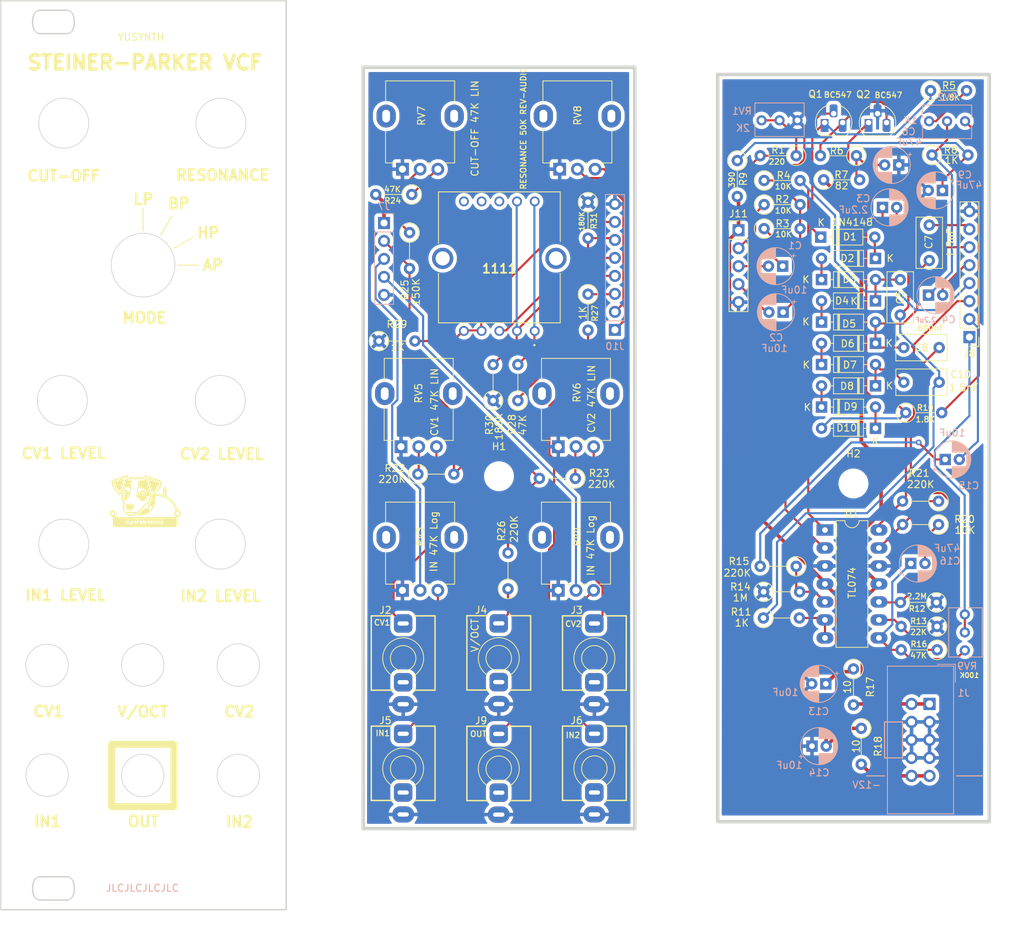
<source format=kicad_pcb>
(kicad_pcb (version 20211014) (generator pcbnew)
  (layers (0 "F.Cu" signal) (31 "B.Cu" signal) (34 "B.Paste" user) (35 "F.Paste" user) (36 "B.SilkS" user "B.Silkscreen") (37 "F.SilkS" user "F.Silkscreen") (38 "B.Mask" user) (39 "F.Mask" user) (44 "Edge.Cuts" user))
  (net 0 "")
  (net 1 "Net-(C1-Pad1)")
  (net 2 "IN1-MainB")
  (net 3 "Net-(C2-Pad1)")
  (net 4 "IN2-MainB")
  (net 5 "Net-(C10-Pad2)")
  (net 6 "BP-MainB")
  (net 7 "Net-(C4-Pad1)")
  (net 8 "LP-MainB")
  (net 9 "Net-(C5-Pad1)")
  (net 10 "GND")
  (net 11 "Net-(C6-Pad2)")
  (net 12 "Net-(C7-Pad1)")
  (net 13 "HP-MainB")
  (net 14 "Net-(C8-Pad2)")
  (net 15 "Net-(C9-Pad1)")
  (net 16 "Net-(C10-Pad1)")
  (net 17 "+12V")
  (net 18 "-12V")
  (net 19 "Net-(C15-Pad1)")
  (net 20 "RESONANCE WP-MainB")
  (net 21 "Net-(C16-Pad1)")
  (net 22 "Net-(C16-Pad2)")
  (net 23 "Net-(D1-Pad1)")
  (net 24 "Net-(D1-Pad2)")
  (net 25 "Net-(D2-Pad2)")
  (net 26 "Net-(D4-Pad2)")
  (net 27 "Net-(D6-Pad2)")
  (net 28 "Net-(D8-Pad2)")
  (net 29 "Net-(D10-Pad1)")
  (net 30 "Net-(D10-Pad2)")
  (net 31 "Net-(J1-Pad1)")
  (net 32 "Net-(J1-Pad10)")
  (net 33 "Net-(J2-PadT)")
  (net 35 "Net-(J3-PadT)")
  (net 37 "Net-(J4-PadT)")
  (net 39 "Net-(J5-PadT)")
  (net 41 "Net-(J6-PadT)")
  (net 43 "CV-CtrlB")
  (net 44 "IN1-CtrlB")
  (net 45 "IN2-CtrlB")
  (net 46 "RESONANCE CW-CtrlB")
  (net 47 "RESONANCE WP-CtrlB")
  (net 48 "OUT-CtrlB")
  (net 49 "Net-(J9-PadT)")
  (net 51 "COM-CtrlB")
  (net 52 "LP-CtrlB")
  (net 53 "BP-CtrlB")
  (net 54 "HP-CtrlB")
  (net 55 "CV-MainB")
  (net 56 "RESONANCE CW-MainB")
  (net 57 "OUT-MainB")
  (net 58 "COM-MainB")
  (net 59 "Net-(Q1-Pad3)")
  (net 60 "Net-(R1-Pad1)")
  (net 61 "Net-(R2-Pad2)")
  (net 62 "Net-(R5-Pad2)")
  (net 63 "Net-(R10-Pad2)")
  (net 64 "Net-(R11-Pad2)")
  (net 65 "Net-(R13-Pad2)")
  (net 66 "Net-(R14-Pad2)")
  (net 67 "Net-(R20-Pad2)")
  (net 68 "Net-(R22-Pad1)")
  (net 69 "Net-(R23-Pad1)")
  (net 70 "Net-(R24-Pad1)")
  (net 71 "Net-(R25-Pad1)")
  (net 72 "Net-(R28-Pad2)")
  (footprint "Diode_THT:D_DO-35_SOD27_P7.62mm_Horizontal" (layer "F.Cu") (at 184.29 79.7)
    (fp_text reference "D9")
    (fp_text value "1N4148")
  )
  (footprint "Connector_PinHeader_2.54mm:PinHeader_1x05_P2.54mm_Vertical" (layer "F.Cu") (at 172.57 54.725)
    (fp_text reference "J11")
    (fp_text value "Conn_01x05_Male")
  )
  (footprint "Resistor_THT:R_Axial_DIN0207_L6.3mm_D2.5mm_P5.08mm_Vertical" (layer "F.Cu") (at 180.715 102.2 180)
    (fp_text reference "R15")
    (fp_text value "220K")
  )
  (footprint "Audio_Jack:Jack_3.5mm_QingPu_WQP-PJ398SM_Vertical" (layer "F.Cu") (at 152.219999 130.769856)
    (fp_text reference "J6")
    (fp_text value "IN2")
  )
  (footprint "Audio_Jack:Jack_3.5mm_QingPu_WQP-PJ398SM_Vertical" (layer "F.Cu") (at 125.22 115.1975)
    (fp_text reference "J2")
    (fp_text value "CV1")
  )
  (footprint "Diode_THT:D_DO-35_SOD27_P7.62mm_Horizontal" (layer "F.Cu") (at 191.91 76.7 180)
    (fp_text reference "D8")
    (fp_text value "1N4148")
  )
  (footprint "Package_DIP:DIP-14_W7.62mm_LongPads" (layer "F.Cu") (at 184.775 97.075)
    (fp_text reference "U1")
    (fp_text value "TL074")
  )
  (footprint "Capacitor_THT:C_Rect_L7.0mm_W3.5mm_P5.00mm" (layer "F.Cu") (at 195.4 61.7 -90)
    (fp_text reference "C5")
    (fp_text value "1.5nF")
  )
  (footprint "Potentiometer_THT:Potentiometer_Alpha_RD901F-40-00D_Single_Vertical" (layer "F.Cu") (at 125.12 105.6 90)
    (fp_text reference "RV3")
    (fp_text value "IN 47K Log")
  )
  (footprint "Resistor_THT:R_Axial_DIN0207_L6.3mm_D2.5mm_P5.08mm_Vertical" (layer "F.Cu") (at 121.805 70.375)
    (fp_text reference "R29")
    (fp_text value "1K")
  )
  (footprint "Resistor_THT:R_Axial_DIN0207_L6.3mm_D2.5mm_P5.08mm_Vertical" (layer "F.Cu") (at 176.185 54.5)
    (fp_text reference "R3")
    (fp_text value "10K")
  )
  (footprint "Resistor_THT:R_Axial_DIN0207_L6.3mm_D2.5mm_P5.08mm_Vertical" (layer "F.Cu") (at 151.32 63.76 -90)
    (fp_text reference "R27")
    (fp_text value "1K")
  )
  (footprint "MountingHole:MountingHole_3.2mm_M3" (layer "F.Cu") (at 188.8 90.5)
    (fp_text reference "H2")
    (fp_text value "MountingHole")
  )
  (footprint "Diode_THT:D_DO-35_SOD27_P7.62mm_Horizontal" (layer "F.Cu") (at 184.19 55.7)
    (fp_text reference "D1")
    (fp_text value "1N4148")
  )
  (footprint "Resistor_THT:R_Axial_DIN0207_L6.3mm_D2.5mm_P5.08mm_Vertical" (layer "F.Cu") (at 176.085 109.5)
    (fp_text reference "R11")
    (fp_text value "1K")
  )
  (footprint "Audio_Jack:Jack_3.5mm_QingPu_WQP-PJ398SM_Vertical" (layer "F.Cu") (at 138.72 115.1775)
    (fp_text reference "J4")
    (fp_text value "V/OCT")
  )
  (footprint "Diode_THT:D_DO-35_SOD27_P7.62mm_Horizontal" (layer "F.Cu") (at 191.91 58.7 180)
    (fp_text reference "D2")
    (fp_text value "1N4148")
  )
  (footprint "Capacitor_THT:C_Rect_L7.0mm_W3.5mm_P5.00mm" (layer "F.Cu") (at 195.9 71.3)
    (fp_text reference "C8")
    (fp_text value "680nF")
  )
  (footprint "Resistor_THT:R_Axial_DIN0207_L6.3mm_D2.5mm_P5.08mm_Vertical" (layer "F.Cu") (at 199.685 35)
    (fp_text reference "R5")
    (fp_text value "1.8K")
  )
  (footprint "Diode_THT:D_DO-35_SOD27_P7.62mm_Horizontal" (layer "F.Cu") (at 184.29 73.7)
    (fp_text reference "D7")
    (fp_text value "1N4148")
  )
  (footprint "Resistor_THT:R_Axial_DIN0207_L6.3mm_D2.5mm_P5.08mm_Vertical" (layer "F.Cu") (at 172.4 44.885 -90)
    (fp_text reference "R9")
    (fp_text value "390")
  )
  (footprint "Audio_Jack:Jack_3.5mm_QingPu_WQP-PJ398SM_Vertical" (layer "F.Cu") (at 152.219999 115.1975)
    (fp_text reference "J3")
    (fp_text value "CV2")
  )
  (footprint "Resistor_THT:R_Axial_DIN0207_L6.3mm_D2.5mm_P5.08mm_Vertical" (layer "F.Cu") (at 196.185 80.5)
    (fp_text reference "R10")
    (fp_text value "1.8K")
  )
  (footprint "Resistor_THT:R_Axial_DIN0207_L6.3mm_D2.5mm_P5.08mm_Vertical" (layer "F.Cu") (at 199.885 44.1)
    (fp_text reference "R8")
    (fp_text value "1K")
  )
  (footprint "Resistor_THT:R_Axial_DIN0207_L6.3mm_D2.5mm_P5.08mm_Vertical" (layer "F.Cu") (at 176.185 51.1)
    (fp_text reference "R2")
    (fp_text value "10K")
  )
  (footprint "Potentiometer_THT:Potentiometer_Alpha_RD901F-40-00D_Single_Vertical" (layer "F.Cu") (at 147.12 105.6 90)
    (fp_text reference "RV4")
    (fp_text value "IN 47K Log")
  )
  (footprint "Resistor_THT:R_Axial_DIN0207_L6.3mm_D2.5mm_P5.08mm_Vertical" (layer "F.Cu") (at 137.92 78.79 90)
    (fp_text reference "R30")
    (fp_text value "180K")
  )
  (footprint "Resistor_THT:R_Axial_DIN0207_L6.3mm_D2.5mm_P5.08mm_Vertical" (layer "F.Cu") (at 200.815 96.3 180)
    (fp_text reference "R20")
    (fp_text value "10K")
  )
  (footprint "Capacitor_THT:C_Rect_L7.0mm_W3.5mm_P5.00mm" (layer "F.Cu") (at 199.5 59 90)
    (fp_text reference "C7")
    (fp_text value "1.5nF")
  )
  (footprint "Diode_THT:D_DO-35_SOD27_P7.62mm_Horizontal" (layer "F.Cu") (at 191.91 70.7 180)
    (fp_text reference "D6")
    (fp_text value "1N4148")
  )
  (footprint "Diode_THT:D_DO-35_SOD27_P7.62mm_Horizontal" (layer "F.Cu") (at 184.29 67.7)
    (fp_text reference "D5")
    (fp_text value "1N4148")
  )
  (footprint "Resistor_THT:R_Axial_DIN0207_L6.3mm_D2.5mm_P5.08mm_Vertical" (layer "F.Cu") (at 200.6 110.7 180)
    (fp_text reference "R13")
    (fp_text value "22K")
  )
  (footprint "Potentiometer_THT:Potentiometer_Alpha_RD901F-40-00D_Single_Vertical" (layer "F.Cu") (at 124.92 85.3 90)
    (fp_text reference "RV5")
    (fp_text value "CV1 47K LIN")
  )
  (footprint "Diode_THT:D_DO-35_SOD27_P7.62mm_Horizontal" (layer "F.Cu") (at 191.91 64.7 180)
    (fp_text reference "D4")
    (fp_text value "1N4148")
  )
  (footprint "Potentiometer_THT:Potentiometer_Alpha_RD901F-40-00D_Single_Vertical" (layer "F.Cu") (at 147.32 46.1 90)
    (fp_text reference "RV8")
    (fp_text value "RESONANCE 50K REV-AUDIO")
  )
  (footprint "Resistor_THT:R_Axial_DIN0207_L6.3mm_D2.5mm_P5.08mm_Vertical" (layer "F.Cu") (at 176.12 105.8)
    (fp_text reference "R14")
    (fp_text value "1M")
  )
  (footprint "Package_TO_SOT_THT:TO-92_HandSolder" (layer "F.Cu") (at 184.73 39.52)
    (fp_text reference "Q1")
    (fp_text value "BC547")
  )
  (footprint "Resistor_THT:R_Axial_DIN0207_L6.3mm_D2.5mm_P5.08mm_Vertical" (layer "F.Cu") (at 180.715 44.2 180)
    (fp_text reference "R1")
    (fp_text value "220")
  )
  (footprint "Resistor_THT:R_Axial_DIN0207_L6.3mm_D2.5mm_P5.08mm_Vertical" (layer "F.Cu") (at 200.615 114 180)
    (fp_text reference "R16")
    (fp_text value "47K")
  )
  (footprint "Resistor_THT:R_Axial_DIN0207_L6.3mm_D2.5mm_P5.08mm_Vertical" (layer "F.Cu") (at 140.02 105.39 90)
    (fp_text reference "R26")
    (fp_text value "220K")
  )
  (footprint "Resistor_THT:R_Axial_DIN0207_L6.3mm_D2.5mm_P5.08mm_Vertical" (layer "F.Cu") (at 189.9 125.085 -90)
    (fp_text reference "R18")
    (fp_text value "10")
  )
  (footprint "Resistor_THT:R_Axial_DIN0207_L6.3mm_D2.5mm_P5.08mm_Vertical" (layer "F.Cu") (at 176.185 47.7)
    (fp_text reference "R4")
    (fp_text value "10K")
  )
  (footprint "Resistor_THT:R_Axial_DIN0207_L6.3mm_D2.5mm_P5.08mm_Vertical" (layer "F.Cu") (at 189.215 44.2 180)
    (fp_text reference "R6")
    (fp_text value "3.9K")
  )
  (footprint "Resistor_THT:R_Axial_DIN0207_L6.3mm_D2.5mm_P5.08mm_Vertical" (layer "F.Cu") (at 126.12 55.06 -90)
    (fp_text reference "R25")
    (fp_text value "150K")
  )
  (footprint "Capacitor_THT:C_Rect_L7.0mm_W3.5mm_P5.00mm" (layer "F.Cu") (at 195.9 76.2)
    (fp_text reference "C10")
    (fp_text value "1.5nF")
  )
  (footprint "Resistor_THT:R_Axial_DIN0207_L6.3mm_D2.5mm_P5.08mm_Vertical" (layer "F.Cu") (at 200.815 93 180)
    (fp_text reference "R21")
    (fp_text value "220K")
  )
  (footprint "Resistor_THT:R_Axial_DIN0207_L6.3mm_D2.5mm_P5.08mm_Vertical" (layer "F.Cu") (at 149.535 89.775 180)
    (fp_text reference "R23")
    (fp_text value "220K")
  )
  (footprint "Resistor_THT:R_Axial_DIN0207_L6.3mm_D2.5mm_P5.08mm_Vertical" (layer "F.Cu") (at 127.305 89.175)
    (fp_text reference "R22")
    (fp_text value "220K")
  )
  (footprint "Audio_Jack:Jack_3.5mm_QingPu_WQP-PJ398SM_Vertical" (layer "F.Cu") (at 125.22 130.775)
    (fp_text reference "J5")
    (fp_text value "IN1")
  )
  (footprint "Resistor_THT:R_Axial_DIN0207_L6.3mm_D2.5mm_P5.08mm_Vertical" (layer "F.Cu") (at 126.435 49.675 180)
    (fp_text reference "R24")
    (fp_text value "47K")
  )
  (footprint "Potentiometer_THT:Potentiometer_Alpha_RD901F-40-00D_Single_Vertical" (layer "F.Cu") (at 147.12 85.3 90)
    (fp_text reference "RV6")
    (fp_text value "CV2 47K LIN")
  )
  (footprint "Resistor_THT:R_Axial_DIN0207_L6.3mm_D2.5mm_P5.08mm_Vertical" (layer "F.Cu") (at 151.32 50.76 -90)
    (fp_text reference "R31")
    (fp_text value "180K")
  )
  (footprint "Diode_THT:D_DO-35_SOD27_P7.62mm_Horizontal" (layer "F.Cu") (at 191.91 82.7 180)
    (fp_text reference "D10")
    (fp_text value "1N4148")
  )
  (footprint "Logos:Gaston-Music1" (layer "F.Cu") (at 88.8 94)
    (fp_text reference "G***")
    (fp_text value "LOGO" hide)
  )
  (footprint "MountingHole:MountingHole_3.2mm_M3" (layer "F.Cu") (at 138.75 89.475)
    (fp_text reference "H1")
    (fp_text value "MountingHole")
  )
  (footprint "Resistor_THT:R_Axial_DIN0207_L6.3mm_D2.5mm_P5.08mm_Vertical" (layer "F.Cu") (at 141.42 78.79 90)
    (fp_text reference "R28")
    (fp_text value "47K")
  )
  (footprint "Button_Switch_THT:SR1712F020420F0AN9N027" (layer "F.Cu") (at 143.8 68.95)
    (fp_text reference "1111")
    (fp_text value "SR1712F-0204-20F0A-N9-N-027" hide)
  )
  (footprint "Resistor_THT:R_Axial_DIN0207_L6.3mm_D2.5mm_P5.08mm_Vertical" (layer "F.Cu") (at 184.585 47.6)
    (fp_text reference "R7")
    (fp_text value "82")
  )
  (footprint "Resistor_THT:R_Axial_DIN0207_L6.3mm_D2.5mm_P5.08mm_Vertical" (layer "F.Cu") (at 200.515 107.3 180)
    (fp_text reference "R12")
    (fp_text value "2.2M")
  )
  (footprint "Package_TO_SOT_THT:TO-92_HandSolder" (layer "F.Cu") (at 190.93 39.52)
    (fp_text reference locked "Q2")
    (fp_text value "BC547")
  )
  (footprint "Connector_PinHeader_2.54mm:PinHeader_1x08_P2.54mm_Vertical" (layer "F.Cu") (at 205.17 69.82 180)
    (fp_text reference "J8")
    (fp_text value "Conn_01x08_Female")
  )
  (footprint "Diode_THT:D_DO-35_SOD27_P7.62mm_Horizontal" (layer "F.Cu") (at 184.29 61.7)
    (fp_text reference "D3")
    (fp_text value "1N4148")
  )
  (footprint "Potentiometer_THT:Potentiometer_Alpha_RD901F-40-00D_Single_Vertical" (layer "F.Cu") (at 125.12 46.1 90)
    (fp_text reference "RV7")
    (fp_text value "CUT-OFF 47K LIN")
  )
  (footprint "Resistor_THT:R_Axial_DIN0207_L6.3mm_D2.5mm_P5.08mm_Vertical" (layer "F.Cu") (at 188.8 116.7 -90)
    (fp_text reference "R17")
    (fp_text value "10")
  )
  (footprint "Audio_Jack:Jack_3.5mm_QingPu_WQP-PJ398SM_Vertical" (layer "F.Cu") (at 138.72 130.795)
    (fp_text reference "J9")
    (fp_text value "OUT")
  )
  (footprint "Potentiometer_THT:Potentiometer_Bourns_3266Y_Vertical" (layer "B.Cu") (at 199.475 39.325 180)
    (fp_text reference "RV2")
    (fp_text value "1K")
  )
  (footprint "Capacitor_THT:CP_Radial_D5.0mm_P2.00mm" (layer "B.Cu") (at 184.9 118.8 180)
    (fp_text reference "C13")
    (fp_text value "10uF")
  )
  (footprint "Potentiometer_THT:Potentiometer_Bourns_3266Y_Vertical" (layer "B.Cu") (at 204.525 114.075 -90)
    (fp_text reference "RV9")
    (fp_text value "100K")
  )
  (footprint "eurorack:Eurorack_power_header" (layer "B.Cu") (at 199.535 121.645 180)
    (fp_text reference "J1")
    (fp_text value "EURO_PWR_2x5")
  )
  (footprint "Capacitor_THT:CP_Radial_D5.0mm_P2.00mm" (layer "B.Cu") (at 195.206243 45.5 180)
    (fp_text reference "C6")
    (fp_text value "47uF")
  )
  (footprint "Capacitor_THT:CP_Radial_D5.0mm_P2.00mm" (layer "B.Cu") (at 192.9 51.5)
    (fp_text reference "C3")
    (fp_text value "2.2uF")
  )
  (footprint "Capacitor_THT:CP_Radial_D5.0mm_P2.00mm" (layer "B.Cu") (at 178.8 59.8 180)
    (fp_text reference "C1")
    (fp_text value "10uF")
  )
  (footprint "Capacitor_THT:CP_Radial_D5.0mm_P2.00mm" (layer "B.Cu") (at 196.9 101.8)
    (fp_text reference "C16")
    (fp_text value "47uF")
  )
  (footprint "Potentiometer_THT:Potentiometer_Bourns_3266Y_Vertical" (layer "B.Cu") (at 180.9 39.2)
    (fp_text reference "RV1")
    (fp_text value "2K")
  )
  (footprint "Connector_PinHeader_2.54mm:PinHeader_1x08_P2.54mm_Vertical" (layer "B.Cu") (at 155.12 68.795)
    (fp_text reference "J10")
    (fp_text value "Conn_01x08_Female")
  )
  (footprint "Capacitor_THT:CP_Radial_D5.0mm_P2.00mm" (layer "B.Cu") (at 201.365336 49.1 180)
    (fp_text reference "C9")
    (fp_text value "47uF")
  )
  (footprint "Capacitor_THT:CP_Radial_D5.0mm_P2.00mm" (layer "B.Cu") (at 201.744888 87.1)
    (fp_text reference "C15")
    (fp_text value "10uF")
  )
  (footprint "Capacitor_THT:CP_Radial_D5.0mm_P2.00mm" (layer "B.Cu") (at 182.944888 127.6)
    (fp_text reference "C14")
    (fp_text value "10uF")
  )
  (footprint "Capacitor_THT:CP_Radial_D5.0mm_P2.00mm" (layer "B.Cu") (at 178.865339 66.3 180)
    (fp_text reference "C2")
    (fp_text value "10uF")
  )
  (footprint "Connector_PinHeader_2.54mm:PinHeader_1x05_P2.54mm_Vertical" (layer "B.Cu") (at 122.52 53.7 180)
    (fp_text reference "J7")
    (fp_text value "Conn_01x05_Female")
  )
  (footprint "Capacitor_THT:CP_Radial_D5.0mm_P2.00mm" (layer "B.Cu") (at 199.4 63.9)
    (fp_text reference "C4")
    (fp_text value "2.2uF")
  )
  (gr_line (start 88.5 54.85) (end 88.5 51.7) (layer "F.SilkS") (width 0.15))
  (gr_line (start 92.575 52.7) (end 91.025 55.4) (layer "F.SilkS") (width 0.15))
  (gr_rect (start 84.05 127.35) (end 92.85 136.15) (layer "F.SilkS") (width 1) (fill none))
  (gr_line (start 95.55 55.725) (end 92.85 57.275) (layer "F.SilkS") (width 0.15))
  (gr_line (start 96.4 59.65) (end 93.35 59.65) (layer "F.SilkS") (width 0.15))
  (gr_circle (center 88.45 131.75) (end 91.45 131.75) (layer "Edge.Cuts") (width 0.1) (fill none))
  (gr_line (start 74.012 26.95) (end 77.687997 26.95) (layer "Edge.Cuts") (width 0.2))
  (gr_circle (center 77.3 99.065881) (end 78.8 102.265881) (layer "Edge.Cuts") (width 0.1) (fill none))
  (gr_circle (center 88.5 59.65) (end 93 59.65) (layer "Edge.Cuts") (width 0.1) (fill none))
  (gr_arc (start 73.069003 24.317) (mid 73.434465 23.833584) (end 74.012003 23.65) (layer "Edge.Cuts") (width 0.2))
  (gr_circle (center 74.95 116.2) (end 77.95 116.2) (layer "Edge.Cuts") (width 0.1) (fill none))
  (gr_arc (start 78.631001 146.717) (mid 78.79962 147.7) (end 78.631001 148.683) (layer "Edge.Cuts") (width 0.2))
  (gr_circle (center 77.1 78.765881) (end 78.6 81.965881) (layer "Edge.Cuts") (width 0.1) (fill none))
  (gr_arc (start 74.012003 26.95) (mid 73.434465 26.766416) (end 73.069003 26.283) (layer "Edge.Cuts") (width 0.2))
  (gr_circle (center 88.45 116.15) (end 91.45 116.15) (layer "Edge.Cuts") (width 0.1) (fill none))
  (gr_line (start 108.7 150.7) (end 68.4 150.7) (layer "Edge.Cuts") (width 0.2))
  (gr_rect (start 119.58 31.7) (end 157.92 139.25) (layer "Edge.Cuts") (width 0.5) (fill none))
  (gr_circle (center 74.95 131.7) (end 77.95 131.7) (layer "Edge.Cuts") (width 0.1) (fill none))
  (gr_arc (start 78.630997 148.683) (mid 78.265532 149.166404) (end 77.687997 149.35) (layer "Edge.Cuts") (width 0.2))
  (gr_circle (center 99.5 39.6) (end 101 42.8) (layer "Edge.Cuts") (width 0.1) (fill none))
  (gr_line (start 108.7 22.3) (end 108.7 150.7) (layer "Edge.Cuts") (width 0.2))
  (gr_arc (start 73.069003 146.717) (mid 73.434465 146.233584) (end 74.012003 146.05) (layer "Edge.Cuts") (width 0.2))
  (gr_circle (center 101.95 116.15) (end 104.95 116.15) (layer "Edge.Cuts") (width 0.1) (fill none))
  (gr_line (start 68.4 150.7) (end 68.4 22.3) (layer "Edge.Cuts") (width 0.2))
  (gr_line (start 77.688 146.05) (end 74.012 146.05) (layer "Edge.Cuts") (width 0.2))
  (gr_circle (center 99.4 99.065881) (end 100.9 102.265881) (layer "Edge.Cuts") (width 0.1) (fill none))
  (gr_arc (start 74.012003 149.35) (mid 73.434465 149.166416) (end 73.069003 148.683) (layer "Edge.Cuts") (width 0.2))
  (gr_rect (start 169.63 32.725) (end 207.97 138.275) (layer "Edge.Cuts") (width 0.5) (fill none))
  (gr_line (start 74.012 149.35) (end 77.688 149.35) (layer "Edge.Cuts") (width 0.2))
  (gr_arc (start 77.687997 146.05) (mid 78.265548 146.233573) (end 78.630997 146.717) (layer "Edge.Cuts") (width 0.2))
  (gr_arc (start 77.687997 23.65) (mid 78.265548 23.833573) (end 78.630997 24.317) (layer "Edge.Cuts") (width 0.2))
  (gr_line (start 77.688 23.65) (end 74.012 23.65) (layer "Edge.Cuts") (width 0.2))
  (gr_arc (start 78.631001 24.317) (mid 78.79962 25.3) (end 78.631001 26.283) (layer "Edge.Cuts") (width 0.2))
  (gr_arc (start 73.068999 148.683) (mid 72.90038 147.7) (end 73.068999 146.717) (layer "Edge.Cuts") (width 0.2))
  (gr_arc (start 78.630997 26.283) (mid 78.265532 26.766404) (end 77.687997 26.95) (layer "Edge.Cuts") (width 0.2))
  (gr_circle (center 77.3 39.6) (end 78.8 42.8) (layer "Edge.Cuts") (width 0.1) (fill none))
  (gr_circle (center 101.95 131.75) (end 104.95 131.75) (layer "Edge.Cuts") (width 0.1) (fill none))
  (gr_line (start 68.4 22.3) (end 108.7 22.3) (layer "Edge.Cuts") (width 0.2))
  (gr_arc (start 73.068999 26.283) (mid 72.90038 25.3) (end 73.068999 24.317) (layer "Edge.Cuts") (width 0.2))
  (gr_circle (center 99.4 78.765881) (end 100.9 81.965881) (layer "Edge.Cuts") (width 0.1) (fill none))
  (gr_text "JLCJLCJLCJLC" (at 88.4 147.65) (layer "B.SilkS") (effects (font (size 1 1))))
  (gr_text "LP" (at 88.55 50.35) (layer "F.SilkS") (effects (font (size 1.5 1.5) (thickness 0.35))))
  (gr_text "RESONANCE" (at 99.75 46.95) (layer "F.SilkS") (effects (font (size 1.5 1.5) (thickness 0.35))))
  (gr_text "IN1 LEVEL" (at 77.55 106.3) (layer "F.SilkS") (effects (font (size 1.5 1.5) (thickness 0.35))))
  (gr_text "CV1" (at 75.15 122.7) (layer "F.SilkS") (effects (font (size 1.5 1.5) (thickness 0.35))))
  (gr_text "IN1" (at 75 138.25) (layer "F.SilkS") (effects (font (size 1.5 1.5) (thickness 0.35))))
  (gr_text "V/OCT" (at 88.45 122.75) (layer "F.SilkS") (effects (font (size 1.5 1.5) (thickness 0.35))))
  (gr_text "IN2 LEVEL" (at 99.45 106.4) (layer "F.SilkS") (effects (font (size 1.5 1.5) (thickness 0.35))))
  (gr_text "CUT-OFF" (at 77.3 47.05) (layer "F.SilkS") (effects (font (size 1.5 1.5) (thickness 0.35))))
  (gr_text "MODE" (at 88.7 67.1) (layer "F.SilkS") (effects (font (size 1.5 1.5) (thickness 0.35))))
  (gr_text "YUSYNTH" (at 88.2 27.45) (layer "F.SilkS") (effects (font (size 1 1))))
  (gr_text "OUT" (at 88.55 138.25) (layer "F.SilkS") (effects (font (size 1.5 1.5) (thickness 0.35))))
  (gr_text "HP" (at 97.7 55.1) (layer "F.SilkS") (effects (font (size 1.5 1.5) (thickness 0.35))))
  (gr_text "CV2 LEVEL" (at 99.6 86.35) (layer "F.SilkS") (effects (font (size 1.5 1.5) (thickness 0.35))))
  (gr_text "AP" (at 98.35 59.65) (layer "F.SilkS") (effects (font (size 1.5 1.5) (thickness 0.35))))
  (gr_text "BP" (at 93.55 50.95) (layer "F.SilkS") (effects (font (size 1.5 1.5) (thickness 0.35))))
  (gr_text "IN2" (at 102.1 138.3) (layer "F.SilkS") (effects (font (size 1.5 1.5) (thickness 0.35))))
  (gr_text "CV1 LEVEL" (at 77.3 86.25) (layer "F.SilkS") (effects (font (size 1.5 1.5) (thickness 0.35))))
  (gr_text "STEINER-PARKER VCF" (at 88.75 31.05) (layer "F.SilkS") (effects (font (size 2 2) (thickness 0.5))))
  (gr_text "CV2" (at 102.1 122.75) (layer "F.SilkS") (effects (font (size 1.5 1.5) (thickness 0.35))))
  (segment (start 174.9 52.385) (end 174.9 55.9) (width 0.3) (layer "F.Cu") (net 1))
  (segment (start 174.9 55.9) (end 178.8 59.8) (width 0.3) (layer "F.Cu") (net 1))
  (segment (start 176.185 51.1) (end 174.9 52.385) (width 0.3) (layer "F.Cu") (net 1))
  (segment (start 172.57 59.805) (end 176.795 59.805) (width 0.3) (layer "F.Cu") (net 2))
  (segment (start 176.795 59.805) (end 176.8 59.8) (width 0.3) (layer "F.Cu") (net 2))
  (segment (start 180.585 58.9) (end 180.7 58.9) (width 0.3) (layer "F.Cu") (net 3))
  (segment (start 180.7 58.9) (end 180.7 64.465339) (width 0.3) (layer "F.Cu") (net 3))
  (segment (start 180.7 64.465339) (end 178.865339 66.3) (width 0.3) (layer "F.Cu") (net 3))
  (segment (start 176.185 54.5) (end 180.585 58.9) (width 0.3) (layer "F.Cu") (net 3))
  (segment (start 172.57 62.345) (end 176.525 66.3) (width 0.3) (layer "F.Cu") (net 4))
  (segment (start 176.525 66.3) (end 176.865339 66.3) (width 0.3) (layer "F.Cu") (net 4))
  (segment (start 195.4 66.7) (end 196.55 65.55) (width 0.3) (layer "F.Cu") (net 5))
  (segment (start 196.55 65.55) (end 196.55 57.15) (width 0.3) (layer "F.Cu") (net 5))
  (segment (start 192.9 53.5) (end 192.9 51.5) (width 0.3) (layer "F.Cu") (net 5))
  (segment (start 196.55 57.15) (end 192.9 53.5) (width 0.3) (layer "F.Cu") (net 5))
  (segment (start 178 98.8) (end 178 107.585) (width 0.3) (layer "B.Cu") (net 5))
  (segment (start 200.100001 76.999999) (end 200.100001 85.299999) (width 0.3) (layer "B.Cu") (net 5))
  (segment (start 200.9 76.2) (end 200.9 74.673654) (width 0.3) (layer "B.Cu") (net 5))
  (segment (start 200.9 74.673654) (end 195.4 69.173654) (width 0.3) (layer "B.Cu") (net 5))
  (segment (start 200.9 76.2) (end 200.100001 76.999999) (width 0.3) (layer "B.Cu") (net 5))
  (segment (start 182.1 94.7) (end 178 98.8) (width 0.3) (layer "B.Cu") (net 5))
  (segment (start 195.4 69.173654) (end 195.4 66.7) (width 0.3) (layer "B.Cu") (net 5))
  (segment (start 200.100001 85.299999) (end 190.7 94.7) (width 0.3) (layer "B.Cu") (net 5))
  (segment (start 178 107.585) (end 176.085 109.5) (width 0.3) (layer "B.Cu") (net 5))
  (segment (start 190.7 94.7) (end 182.1 94.7) (width 0.3) (layer "B.Cu") (net 5))
  (segment (start 194.9 51.5) (end 194.9 54.7) (width 0.3) (layer "F.Cu") (net 6))
  (segment (start 197.32 57.12) (end 205.17 57.12) (width 0.3) (layer "F.Cu") (net 6))
  (segment (start 194.9 54.7) (end 197.32 57.12) (width 0.3) (layer "F.Cu") (net 6))
  (segment (start 202.015 39.325) (end 202.015 41.97) (width 0.3) (layer "F.Cu") (net 7))
  (segment (start 202.015 41.97) (end 199.885 44.1) (width 0.3) (layer "F.Cu") (net 7))
  (segment (start 202.7 60.6) (end 202.7 46.915) (width 0.3) (layer "B.Cu") (net 7))
  (segment (start 202.7 46.915) (end 199.885 44.1) (width 0.3) (layer "B.Cu") (net 7))
  (segment (start 199.4 63.9) (end 202.7 60.6) (width 0.3) (layer "B.Cu") (net 7))
  (segment (start 201.4 62.8) (end 204.54 59.66) (width 0.3) (layer "F.Cu") (net 8))
  (segment (start 204.54 59.66) (end 205.17 59.66) (width 0.3) (layer "F.Cu") (net 8))
  (segment (start 201.4 63.9) (end 201.4 62.8) (width 0.3) (layer "F.Cu") (net 8))
  (segment (start 191.91 61.7) (end 191.91 64.7) (width 0.3) (layer "F.Cu") (net 9))
  (segment (start 195.4 61.7) (end 191.91 61.7) (width 0.3) (layer "F.Cu") (net 9))
  (segment (start 190.515 45.5) (end 189.215 44.2) (width 0.3) (layer "F.Cu") (net 11))
  (segment (start 189.215 47.15) (end 189.665 47.6) (width 0.3) (layer "F.Cu") (net 11))
  (segment (start 189.215 44.2) (end 189.215 47.15) (width 0.3) (layer "F.Cu") (net 11))
  (segment (start 193.206243 45.5) (end 190.515 45.5) (width 0.3) (layer "F.Cu") (net 11))
  (segment (start 195.9 71.3) (end 192.51 71.3) (width 0.3) (layer "F.Cu") (net 12))
  (segment (start 192.11 67.9) (end 191.91 67.7) (width 0.3) (layer "F.Cu") (net 12))
  (segment (start 199.5 59) (end 197.8 60.7) (width 0.3) (layer "F.Cu") (net 12))
  (segment (start 195.826346 67.9) (end 192.11 67.9) (width 0.3) (layer "F.Cu") (net 12))
  (segment (start 192.51 71.3) (end 191.91 70.7) (width 0.3) (layer "F.Cu") (net 12))
  (segment (start 191.91 67.7) (end 191.91 70.7) (width 0.3) (layer "F.Cu") (net 12))
  (segment (start 197.8 60.7) (end 197.8 65.926346) (width 0.3) (layer "F.Cu") (net 12))
  (segment (start 197.8 65.926346) (end 195.826346 67.9) (width 0.3) (layer "F.Cu") (net 12))
  (segment (start 199.5 54) (end 204.59 54) (width 0.3) (layer "F.Cu") (net 13))
  (segment (start 204.59 54) (end 205.17 54.58) (width 0.3) (layer "F.Cu") (net 13))
  (segment (start 201.291346 91.85) (end 202.8 93.358654) (width 0.3) (layer "F.Cu") (net 14))
  (segment (start 197.835 81.183452) (end 196.9 82.118452) (width 0.3) (layer "F.Cu") (net 14))
  (segment (start 202.8 93.358654) (end 202.8 99.935) (width 0.3) (layer "F.Cu") (net 14))
  (segment (start 195.435 107.3) (end 192.46 107.3) (width 0.3) (layer "F.Cu") (net 14))
  (segment (start 200.9 71.3) (end 197.835 74.365) (width 0.3) (layer "F.Cu") (net 14))
  (segment (start 196.9 82.118452) (end 196.9 89.6) (width 0.3) (layer "F.Cu") (net 14))
  (segment (start 197.835 74.365) (end 197.835 81.183452) (width 0.3) (layer "F.Cu") (net 14))
  (segment (start 199.15 91.85) (end 201.291346 91.85) (width 0.3) (layer "F.Cu") (net 14))
  (segment (start 202.8 99.935) (end 195.435 107.3) (width 0.3) (layer "F.Cu") (net 14))
  (segment (start 192.46 107.3) (end 192.395 107.235) (width 0.3) (layer "F.Cu") (net 14))
  (segment (start 196.9 89.6) (end 199.15 91.85) (width 0.3) (layer "F.Cu") (net 14))
  (segment (start 201.365336 49.1) (end 201.365336 47.699664) (width 0.3) (layer "F.Cu") (net 15))
  (segment (start 201.365336 47.699664) (end 204.965 44.1) (width 0.3) (layer "F.Cu") (net 15))
  (segment (start 203.265 42.4) (end 204.965 44.1) (width 0.3) (layer "B.Cu") (net 15))
  (segment (start 172.4 44.885) (end 174.885 42.4) (width 0.3) (layer "B.Cu") (net 15))
  (segment (start 174.885 42.4) (end 203.265 42.4) (width 0.3) (layer "B.Cu") (net 15))
  (segment (start 195.9 76.2) (end 194.1 74.4) (width 0.3) (layer "F.Cu") (net 16))
  (segment (start 191.91 73.7) (end 191.91 76.7) (width 0.3) (layer "F.Cu") (net 16))
  (segment (start 192.61 74.4) (end 191.91 73.7) (width 0.3) (layer "F.Cu") (net 16))
  (segment (start 194.1 74.4) (end 192.61 74.4) (width 0.3) (layer "F.Cu") (net 16))
  (segment (start 184.775 104.695) (end 184.775 104.492233) (width 0.5) (layer "F.Cu") (net 17))
  (segment (start 172.57 50.135) (end 172.4 49.965) (width 0.5) (layer "F.Cu") (net 17))
  (segment (start 171.27 56.025) (end 172.57 54.725) (width 0.5) (layer "F.Cu") (net 17))
  (segment (start 122.52 50.84) (end 121.355 49.675) (width 0.5) (layer "F.Cu") (net 17))
  (segment (start 188.415 117.085) (end 186.615 117.085) (width 0.5) (layer "F.Cu") (net 17))
  (segment (start 186.615 117.085) (end 184.9 118.8) (width 0.5) (layer "F.Cu") (net 17))
  (segment (start 122.52 53.7) (end 122.52 50.84) (width 0.5) (layer "F.Cu") (net 17))
  (segment (start 172.57 54.725) (end 172.57 50.135) (width 0.5) (layer "F.Cu") (net 17))
  (segment (start 184.775 104.492233) (end 171.27 90.987233) (width 0.5) (layer "F.Cu") (net 17))
  (segment (start 186.425 106.345) (end 184.775 104.695) (width 0.5) (layer "F.Cu") (net 17))
  (segment (start 171.27 90.987233) (end 171.27 56.025) (width 0.5) (layer "F.Cu") (net 17))
  (segment (start 186.425 117.275) (end 186.425 106.345) (width 0.5) (layer "F.Cu") (net 17))
  (segment (start 184.9 118.8) (end 186.425 117.275) (width 0.5) (layer "F.Cu") (net 17))
  (segment (start 188.8 116.7) (end 188.415 117.085) (width 0.5) (layer "F.Cu") (net 17))
  (segment (start 190.05 117.95) (end 190.05 107.04) (width 0.5) (layer "F.Cu") (net 18))
  (segment (start 190 102.3) (end 192.395 104.695) (width 0.5) (layer "F.Cu") (net 18))
  (segment (start 184.944888 123.055112) (end 190.05 117.95) (width 0.5) (layer "F.Cu") (net 18))
  (segment (start 189.9 84.6) (end 192.7 87.4) (width 0.5) (layer "F.Cu") (net 18))
  (segment (start 189.9 52.915) (end 189.9 84.6) (width 0.5) (layer "F.Cu") (net 18))
  (segment (start 187.459888 125.085) (end 184.944888 127.6) (width 0.5) (layer "F.Cu") (net 18))
  (segment (start 190.05 107.04) (end 192.395 104.695) (width 0.5) (layer "F.Cu") (net 18))
  (segment (start 192.7 87.4) (end 192.7 94.602233) (width 0.5) (layer "F.Cu") (net 18))
  (segment (start 192.7 94.602233) (end 190 97.302233) (width 0.5) (layer "F.Cu") (net 18))
  (segment (start 189.9 125.085) (end 187.459888 125.085) (width 0.5) (layer "F.Cu") (net 18))
  (segment (start 184.585 47.6) (end 189.9 52.915) (width 0.5) (layer "F.Cu") (net 18))
  (segment (start 190 97.302233) (end 190 102.3) (width 0.5) (layer "F.Cu") (net 18))
  (segment (start 184.944888 127.6) (end 184.944888 123.055112) (width 0.5) (layer "F.Cu") (net 18))
  (segment (start 198 84.7) (end 200.4 87.1) (width 0.3) (layer "F.Cu") (net 19))
  (segment (start 200.4 87.1) (end 201.744888 87.1) (width 0.3) (layer "F.Cu") (net 19))
  (via (at 198 84.7) (size 0.8) (drill 0.4) (layers "F.Cu" "B.Cu") (net 19))
  (segment (start 195.8 84.7) (end 198 84.7) (width 0.3) (layer "B.Cu") (net 19))
  (segment (start 175.635 97.565) (end 188.5 84.7) (width 0.3) (layer "B.Cu") (net 19))
  (segment (start 175.635 102.2) (end 175.635 97.565) (width 0.3) (layer "B.Cu") (net 19))
  (segment (start 188.5 84.7) (end 195.8 84.7) (width 0.3) (layer "B.Cu") (net 19))
  (segment (start 203.744888 87.1) (end 205.844888 85) (width 0.3) (layer "B.Cu") (net 20))
  (segment (start 205.844888 85) (end 205.9 85) (width 0.3) (layer "B.Cu") (net 20))
  (segment (start 206.37 68.48) (end 205.17 67.28) (width 0.3) (layer "B.Cu") (net 20))
  (segment (start 206.37 84.53) (end 206.37 68.48) (width 0.3) (layer "B.Cu") (net 20))
  (segment (start 205.9 85) (end 206.37 84.53) (width 0.3) (layer "B.Cu") (net 20))
  (segment (start 196.835 115.3) (end 203.265 115.3) (width 0.3) (layer "F.Cu") (net 21))
  (segment (start 195.535 114) (end 196.835 115.3) (width 0.3) (layer "F.Cu") (net 21))
  (segment (start 194.08 114) (end 195.535 114) (width 0.3) (layer "F.Cu") (net 21))
  (segment (start 203.265 115.3) (end 204.5 114.065) (width 0.3) (layer "F.Cu") (net 21))
  (segment (start 192.395 112.315) (end 194.08 114) (width 0.3) (layer "F.Cu") (net 21))
  (segment (start 196.9 101.8) (end 194.285 104.415) (width 0.3) (layer "B.Cu") (net 21))
  (segment (start 194.285 110.425) (end 192.395 112.315) (width 0.3) (layer "B.Cu") (net 21))
  (segment (start 194.285 104.415) (end 194.285 110.425) (width 0.3) (layer "B.Cu") (net 21))
  (segment (start 198.9 98.215) (end 200.815 96.3) (width 0.3) (layer "F.Cu") (net 22))
  (segment (start 198.9 101.8) (end 198.9 98.215) (width 0.3) (layer "F.Cu") (net 22))
  (segment (start 182.985 54.495) (end 182.985 41.265) (width 0.3) (layer "F.Cu") (net 23))
  (segment (start 182.985 41.265) (end 184.73 39.52) (width 0.3) (layer "F.Cu") (net 23))
  (segment (start 184.19 55.7) (end 182.985 54.495) (width 0.3) (layer "F.Cu") (net 23))
  (segment (start 194.64637 41.17) (end 186.38 41.17) (width 0.3) (layer "B.Cu") (net 23))
  (segment (start 186.38 41.17) (end 184.73 39.52) (width 0.3) (layer "B.Cu") (net 23))
  (segment (start 199.685 36.13137) (end 194.64637 41.17) (width 0.3) (layer "B.Cu") (net 23))
  (segment (start 199.685 35) (end 199.685 36.13137) (width 0.3) (layer "B.Cu") (net 23))
  (segment (start 191.81 55.7) (end 191.81 58.6) (width 0.3) (layer "F.Cu") (net 24))
  (segment (start 191.81 58.6) (end 191.91 58.7) (width 0.3) (layer "F.Cu") (net 24))
  (segment (start 184.29 58.7) (end 184.29 61.7) (width 0.3) (layer "F.Cu") (net 25))
  (segment (start 184.29 64.7) (end 184.29 67.7) (width 0.3) (layer "F.Cu") (net 26))
  (segment (start 184.29 70.7) (end 184.29 73.7) (width 0.3) (layer "F.Cu") (net 27))
  (segment (start 184.29 76.7) (end 184.29 79.7) (width 0.3) (layer "F.Cu") (net 28))
  (segment (start 191.91 79.7) (end 191.91 82.7) (width 0.3) (layer "F.Cu") (net 29))
  (segment (start 188.065 42.385) (end 188.065 50.231472) (width 0.3) (layer "F.Cu") (net 30))
  (segment (start 190.6 77.5) (end 191.4 78.3) (width 0.3) (layer "F.Cu") (net 30))
  (segment (start 193.985 78.3) (end 196.185 80.5) (width 0.3) (layer "F.Cu") (net 30))
  (segment (start 190.6 52.766472) (end 190.6 77.5) (width 0.3) (layer "F.Cu") (net 30))
  (segment (start 191.4 78.3) (end 193.985 78.3) (width 0.3) (layer "F.Cu") (net 30))
  (segment (start 190.93 39.52) (end 188.065 42.385) (width 0.3) (layer "F.Cu") (net 30))
  (segment (start 188.065 50.231472) (end 190.6 52.766472) (width 0.3) (layer "F.Cu") (net 30))
  (segment (start 185.690001 81.299999) (end 184.29 82.7) (width 0.3) (layer "B.Cu") (net 30))
  (segment (start 196.185 80.5) (end 195.385001 81.299999) (width 0.3) (layer "B.Cu") (net 30))
  (segment (start 195.385001 81.299999) (end 185.690001 81.299999) (width 0.3) (layer "B.Cu") (net 30))
  (segment (start 188.935 121.645) (end 188.8 121.78) (width 0.5) (layer "F.Cu") (net 31))
  (segment (start 199.535 121.645) (end 196.995 121.645) (width 0.5) (layer "F.Cu") (net 31))
  (segment (start 196.995 121.645) (end 188.935 121.645) (width 0.5) (layer "F.Cu") (net 31))
  (segment (start 191.54 131.805) (end 189.9 130.165) (width 0.5) (layer "F.Cu") (net 32))
  (segment (start 199.535 131.805) (end 196.995 131.805) (width 0.5) (layer "F.Cu") (net 32))
  (segment (start 196.995 131.805) (end 191.54 131.805) (width 0.5) (layer "F.Cu") (net 32))
  (segment (start 123.87 104.425) (end 123.87 108.9275) (width 0.3) (layer "F.Cu") (net 33))
  (segment (start 123.87 108.9275) (end 125.22 110.2775) (width 0.3) (layer "F.Cu") (net 33))
  (segment (start 129.92 85.3) (end 129.92 98.375) (width 0.3) (layer "F.Cu") (net 33))
  (segment (start 129.92 98.375) (end 123.87 104.425) (width 0.3) (layer "F.Cu") (net 33))
  (segment (start 152.12 103.832233) (end 153.37 105.082233) (width 0.3) (layer "F.Cu") (net 35))
  (segment (start 152.12 85.3) (end 152.12 103.832233) (width 0.3) (layer "F.Cu") (net 35))
  (segment (start 153.37 105.082233) (end 153.37 109.127499) (width 0.3) (layer "F.Cu") (net 35))
  (segment (start 153.37 109.127499) (end 152.219999 110.2775) (width 0.3) (layer "F.Cu") (net 35))
  (segment (start 140.02 105.39) (end 140.02 108.9575) (width 0.3) (layer "F.Cu") (net 37))
  (segment (start 140.02 108.9575) (end 138.72 110.2575) (width 0.3) (layer "F.Cu") (net 37))
  (segment (start 130.12 120.955) (end 125.22 125.855) (width 0.3) (layer "F.Cu") (net 39))
  (segment (start 130.12 105.6) (end 130.12 120.955) (width 0.3) (layer "F.Cu") (net 39))
  (segment (start 149.92 107.8) (end 149.92 123.549857) (width 0.3) (layer "F.Cu") (net 41))
  (segment (start 149.92 123.549857) (end 152.219999 125.849856) (width 0.3) (layer "F.Cu") (net 41))
  (segment (start 152.12 105.6) (end 149.92 107.8) (width 0.3) (layer "F.Cu") (net 41))
  (segment (start 126.12 59.84) (end 126.12 60.14) (width 0.3) (layer "F.Cu") (net 43))
  (segment (start 126.12 67.775) (end 126.12 60.14) (width 0.3) (layer "F.Cu") (net 43))
  (segment (start 144.455 89.775) (end 140.02 94.21) (width 0.3) (layer "F.Cu") (net 43))
  (segment (start 132.385 80.643305) (end 125.22 73.478305) (width 0.3) (layer "F.Cu") (net 43))
  (segment (start 136.42 85.075) (end 136.12 85.375) (width 0.3) (layer "F.Cu") (net 43))
  (segment (start 140.02 94.21) (end 140.02 100.31) (width 0.3) (layer "F.Cu") (net 43))
  (segment (start 125.22 73.478305) (end 125.22 68.675) (width 0.3) (layer "F.Cu") (net 43))
  (segment (start 139.755 85.075) (end 136.42 85.075) (width 0.3) (layer "F.Cu") (net 43))
  (segment (start 132.385 89.175) (end 132.385 80.643305) (width 0.3) (layer "F.Cu") (net 43))
  (segment (start 136.12 85.44) (end 132.385 89.175) (width 0.3) (layer "F.Cu") (net 43))
  (segment (start 122.52 56.24) (end 126.12 59.84) (width 0.3) (layer "F.Cu") (net 43))
  (segment (start 144.455 89.775) (end 139.755 85.075) (width 0.3) (layer "F.Cu") (net 43))
  (segment (start 125.22 68.675) (end 126.12 67.775) (width 0.3) (layer "F.Cu") (net 43))
  (segment (start 136.12 85.375) (end 136.12 85.44) (width 0.3) (layer "F.Cu") (net 43))
  (segment (start 123.67 79.428305) (end 124.42 78.678305) (width 0.3) (layer "B.Cu") (net 44))
  (segment (start 124.42 78.678305) (end 124.42 67.475) (width 0.3) (layer "B.Cu") (net 44))
  (segment (start 127.62 91.275) (end 123.67 87.325) (width 0.3) (layer "B.Cu") (net 44))
  (segment (start 123.67 87.325) (end 123.67 79.428305) (width 0.3) (layer "B.Cu") (net 44))
  (segment (start 121.32 64.375) (end 121.32 59.98) (width 0.3) (layer "B.Cu") (net 44))
  (segment (start 124.42 67.475) (end 121.32 64.375) (width 0.3) (layer "B.Cu") (net 44))
  (segment (start 127.62 105.6) (end 127.62 91.275) (width 0.3) (layer "B.Cu") (net 44))
  (segment (start 121.32 59.98) (end 122.52 58.78) (width 0.3) (layer "B.Cu") (net 44))
  (segment (start 128.035 70.936695) (end 128.035 66.835) (width 0.3) (layer "B.Cu") (net 45))
  (segment (start 128.035 66.835) (end 122.52 61.32) (width 0.3) (layer "B.Cu") (net 45))
  (segment (start 149.62 92.521695) (end 128.035 70.936695) (width 0.3) (layer "B.Cu") (net 45))
  (segment (start 149.62 105.6) (end 149.62 92.521695) (width 0.3) (layer "B.Cu") (net 45))
  (segment (start 153.592792 46.1) (end 156.82 49.327208) (width 0.3) (layer "F.Cu") (net 46))
  (segment (start 152.32 46.1) (end 153.592792 46.1) (width 0.3) (layer "F.Cu") (net 46))
  (segment (start 156.82 67.095) (end 155.12 68.795) (width 0.3) (layer "F.Cu") (net 46))
  (segment (start 156.82 49.327208) (end 156.82 67.095) (width 0.3) (layer "F.Cu") (net 46))
  (segment (start 156.32 65.055) (end 155.12 66.255) (width 0.3) (layer "F.Cu") (net 47))
  (segment (start 149.82 46.1) (end 151.07 47.35) (width 0.3) (layer "F.Cu") (net 47))
  (segment (start 153.152057 47.35) (end 156.32 50.517943) (width 0.3) (layer "F.Cu") (net 47))
  (segment (start 156.32 50.517943) (end 156.32 65.055) (width 0.3) (layer "F.Cu") (net 47))
  (segment (start 151.07 47.35) (end 153.152057 47.35) (width 0.3) (layer "F.Cu") (net 47))
  (segment (start 151.32 63.76) (end 155.075 63.76) (width 0.3) (layer "F.Cu") (net 48))
  (segment (start 155.075 63.76) (end 155.12 63.715) (width 0.3) (layer "F.Cu") (net 48))
  (segment (start 145.87 86.425) (end 145.87 79.525) (width 0.3) (layer "F.Cu") (net 49))
  (segment (start 151.32 74.075) (end 151.32 68.84) (width 0.3) (layer "F.Cu") (net 49))
  (segment (start 145.82 99.778305) (end 146.53 99.068305) (width 0.3) (layer "F.Cu") (net 49))
  (segment (start 145.87 79.525) (end 151.32 74.075) (width 0.3) (layer "F.Cu") (net 49))
  (segment (start 146.53 99.068305) (end 146.53 87.085) (width 0.3) (layer "F.Cu") (net 49))
  (segment (start 145.82 118.775) (end 145.82 99.778305) (width 0.3) (layer "F.Cu") (net 49))
  (segment (start 146.53 87.085) (end 145.87 86.425) (width 0.3) (layer "F.Cu") (net 49))
  (segment (start 138.72 125.875) (end 145.82 118.775) (width 0.3) (layer "F.Cu") (net 49))
  (segment (start 155.12 61.175) (end 150.62 61.175) (width 0.3) (layer "F.Cu") (net 51))
  (segment (start 148.82 71.121695) (end 141.42 78.521695) (width 0.3) (layer "F.Cu") (net 51))
  (segment (start 150.62 61.175) (end 148.82 62.975) (width 0.3) (layer "F.Cu") (net 51))
  (segment (start 148.82 62.975) (end 148.82 71.121695) (width 0.3) (layer "F.Cu") (net 51))
  (segment (start 141.42 78.521695) (end 141.42 78.79) (width 0.3) (layer "F.Cu") (net 51))
  (segment (start 141.25 70.38) (end 137.92 73.71) (width 0.3) (layer "F.Cu") (net 52))
  (segment (start 141.25 68.875) (end 141.25 70.38) (width 0.3) (layer "F.Cu") (net 52))
  (segment (start 151.49 58.635) (end 155.12 58.635) (width 0.3) (layer "F.Cu") (net 52))
  (segment (start 141.25 68.875) (end 151.49 58.635) (width 0.3) (layer "F.Cu") (net 52))
  (segment (start 141.25 50.575) (end 141.25 68.875) (width 0.3) (layer "B.Cu") (net 52))
  (segment (start 139.739949 68.875) (end 151.32 57.294949) (width 0.3) (layer "F.Cu") (net 53))
  (segment (start 151.32 55.84) (end 154.865 55.84) (width 0.3) (layer "F.Cu") (net 53))
  (segment (start 151.32 57.294949) (end 151.32 55.84) (width 0.3) (layer "F.Cu") (net 53))
  (segment (start 138.75 68.875) (end 139.739949 68.875) (width 0.3) (layer "F.Cu") (net 53))
  (segment (start 154.865 55.84) (end 155.12 56.095) (width 0.3) (layer "F.Cu") (net 53))
  (segment (start 148.24 53.555) (end 155.12 53.555) (width 0.3) (layer "F.Cu") (net 54))
  (segment (start 126.885 70.375) (end 132.25 70.375) (width 0.3) (layer "F.Cu") (net 54))
  (segment (start 136.25 65.545) (end 148.24 53.555) (width 0.3) (layer "F.Cu") (net 54))
  (segment (start 136.25 68.875) (end 133.75 68.875) (width 0.3) (layer "F.Cu") (net 54))
  (segment (start 132.25 70.375) (end 133.75 68.875) (width 0.3) (layer "F.Cu") (net 54))
  (segment (start 136.25 68.875) (end 136.25 65.545) (width 0.3) (layer "F.Cu") (net 54))
  (segment (start 186 38.25) (end 184.25 38.25) (width 0.3) (layer "F.Cu") (net 55))
  (segment (start 174.1 55.735) (end 174.1 45.735) (width 0.3) (layer "F.Cu") (net 55))
  (segment (start 181.041346 45.5) (end 179.6 45.5) (width 0.3) (layer "F.Cu") (net 55))
  (segment (start 181.865 40.635) (end 181.865 44.676346) (width 0.3) (layer "F.Cu") (net 55))
  (segment (start 184.25 38.25) (end 181.865 40.635) (width 0.3) (layer "F.Cu") (net 55))
  (segment (start 179.6 45.5) (end 178.3 44.2) (width 0.3) (layer "F.Cu") (net 55))
  (segment (start 178.3 44.2) (end 175.635 44.2) (width 0.3) (layer "F.Cu") (net 55))
  (segment (start 172.57 57.265) (end 174.1 55.735) (width 0.3) (layer "F.Cu") (net 55))
  (segment (start 174.1 45.735) (end 175.635 44.2) (width 0.3) (layer "F.Cu") (net 55))
  (segment (start 181.865 44.676346) (end 181.041346 45.5) (width 0.3) (layer "F.Cu") (net 55))
  (segment (start 204.525 111.535) (end 204.525 108.995) (width 0.3) (layer "F.Cu") (net 56))
  (segment (start 204.5 108.985) (end 204.5 92.155112) (width 0.3) (layer "B.Cu") (net 56))
  (segment (start 205.17 80.937106) (end 205.17 69.82) (width 0.3) (layer "B.Cu") (net 56))
  (segment (start 200.3 85.807106) (end 205.17 80.937106) (width 0.3) (layer "B.Cu") (net 56))
  (segment (start 200.3 87.955112) (end 200.3 85.807106) (width 0.3) (layer "B.Cu") (net 56))
  (segment (start 204.5 92.155112) (end 200.3 87.955112) (width 0.3) (layer "B.Cu") (net 56))
  (segment (start 203.46 64.74) (end 197.05 71.15) (width 0.3) (layer "F.Cu") (net 57))
  (segment (start 197.335 80.976346) (end 196.2 82.111346) (width 0.3) (layer "F.Cu") (net 57))
  (segment (start 197.335 71.435) (end 197.335 80.976346) (width 0.3) (layer "F.Cu") (net 57))
  (segment (start 192.395 96.34) (end 192.395 97.075) (width 0.3) (layer "F.Cu") (net 57))
  (segment (start 197.05 71.15) (end 197.335 71.435) (width 0.3) (layer "F.Cu") (net 57))
  (segment (start 205.17 64.74) (end 203.46 64.74) (width 0.3) (layer "F.Cu") (net 57))
  (segment (start 196.2 92.535) (end 195.735 93) (width 0.3) (layer "F.Cu") (net 57))
  (segment (start 195.735 93) (end 192.395 96.34) (width 0.3) (layer "F.Cu") (net 57))
  (segment (start 196.2 82.111346) (end 196.2 92.535) (width 0.3) (layer "F.Cu") (net 57))
  (segment (start 182.415 94.715) (end 182.415 48.85) (width 0.3) (layer "F.Cu") (net 58))
  (segment (start 182.415 48.85) (end 181.265 47.7) (width 0.3) (layer "F.Cu") (net 58))
  (segment (start 184.775 97.075) (end 182.415 94.715) (width 0.3) (layer "F.Cu") (net 58))
  (segment (start 205.17 62.2) (end 201.37 66) (width 0.3) (layer "B.Cu") (net 58))
  (segment (start 195 63.4) (end 190.5 63.4) (width 0.3) (layer "B.Cu") (net 58))
  (segment (start 190.5 63.4) (end 186.2 59.1) (width 0.3) (layer "B.Cu") (net 58))
  (segment (start 186.165 52.6) (end 181.265 47.7) (width 0.3) (layer "B.Cu") (net 58))
  (segment (start 201.37 66) (end 197.6 66) (width 0.3) (layer "B.Cu") (net 58))
  (segment (start 186.2 59.1) (end 186.2 52.6) (width 0.3) (layer "B.Cu") (net 58))
  (segment (start 186.2 52.6) (end 186.165 52.6) (width 0.3) (layer "B.Cu") (net 58))
  (segment (start 197.6 66) (end 195 63.4) (width 0.3) (layer "B.Cu") (net 58))
  (segment (start 193.47 39.52) (end 193.47 37.336117) (width 0.3) (layer "F.Cu") (net 59))
  (segment (start 193.47 37.336117) (end 192.733883 36.6) (width 0.3) (layer "F.Cu") (net 59))
  (segment (start 190.19 36.6) (end 187.27 39.52) (width 0.3) (layer "F.Cu") (net 59))
  (segment (start 184.135 42.655) (end 187.27 39.52) (width 0.3) (layer "F.Cu") (net 59))
  (segment (start 184.135 44.2) (end 184.135 42.655) (width 0.3) (layer "F.Cu") (net 59))
  (segment (start 192.733883 36.6) (end 190.19 36.6) (width 0.3) (layer "F.Cu") (net 59))
  (segment (start 180.715 41.555) (end 178.36 39.2) (width 0.3) (layer "F.Cu") (net 60))
  (segment (start 180.715 44.2) (end 180.715 41.555) (width 0.3) (layer "F.Cu") (net 60))
  (segment (start 178.36 39.2) (end 175.82 39.2) (width 0.3) (layer "F.Cu") (net 60))
  (segment (start 181.265 54.5) (end 181.265 69.135) (width 0.3) (layer "F.Cu") (net 61))
  (segment (start 179.2 94.2) (end 184.615 99.615) (width 0.3) (layer "F.Cu") (net 61))
  (segment (start 181.265 69.135) (end 179.2 71.2) (width 0.3) (layer "F.Cu") (net 61))
  (segment (start 177.865 47.7) (end 181.265 51.1) (width 0.3) (layer "F.Cu") (net 61))
  (segment (start 176.185 47.7) (end 177.865 47.7) (width 0.3) (layer "F.Cu") (net 61))
  (segment (start 179.2 71.2) (end 179.2 94.2) (width 0.3) (layer "F.Cu") (net 61))
  (segment (start 184.615 99.615) (end 184.775 99.615) (width 0.3) (layer "F.Cu") (net 61))
  (segment (start 181.265 51.1) (end 181.265 54.5) (width 0.3) (layer "F.Cu") (net 61))
  (segment (start 204.765 35) (end 200.44 39.325) (width 0.3) (layer "F.Cu") (net 62))
  (segment (start 200.44 39.325) (end 199.475 39.325) (width 0.3) (layer "F.Cu") (net 62))
  (segment (start 206.5 75.265) (end 201.265 80.5) (width 0.3) (layer "F.Cu") (net 63))
  (segment (start 204.555 39.325) (end 206.5 41.27) (width 0.3) (layer "F.Cu") (net 63))
  (segment (start 206.5 41.27) (end 206.5 75.265) (width 0.3) (layer "F.Cu") (net 63))
  (segment (start 184.775 109.775) (end 184.775 112.315) (width 0.3) (layer "F.Cu") (net 64))
  (segment (start 181.165 109.5) (end 184.5 109.5) (width 0.3) (layer "F.Cu") (net 64))
  (segment (start 184.5 109.5) (end 184.775 109.775) (width 0.3) (layer "F.Cu") (net 64))
  (segment (start 192.395 109.775) (end 194.595 109.775) (width 0.3) (layer "F.Cu") (net 65))
  (segment (start 194.595 109.775) (end 195.52 110.7) (width 0.3) (layer "F.Cu") (net 65))
  (segment (start 198.82 114) (end 195.52 110.7) (width 0.3) (layer "F.Cu") (net 65))
  (segment (start 200.615 114) (end 198.82 114) (width 0.3) (layer "F.Cu") (net 65))
  (segment (start 183.34 105.8) (end 184.775 107.235) (width 0.3) (layer "F.Cu") (net 66))
  (segment (start 180.715 102.2) (end 180.715 105.315) (width 0.3) (layer "F.Cu") (net 66))
  (segment (start 181.2 105.8) (end 183.34 105.8) (width 0.3) (layer "F.Cu") (net 66))
  (segment (start 180.715 105.315) (end 181.2 105.8) (width 0.3) (layer "F.Cu") (net 66))
  (segment (start 192.42 99.615) (end 192.395 99.615) (width 0.3) (layer "F.Cu") (net 67))
  (segment (start 195.735 96.3) (end 192.42 99.615) (width 0.3) (layer "F.Cu") (net 67))
  (segment (start 199.035 93) (end 195.735 96.3) (width 0.3) (layer "F.Cu") (net 67))
  (segment (start 200.815 93) (end 199.035 93) (width 0.3) (layer "F.Cu") (net 67))
  (segment (start 127.42 89.06) (end 127.305 89.175) (width 0.3) (layer "F.Cu") (net 68))
  (segment (start 127.42 85.3) (end 127.42 89.06) (width 0.3) (layer "F.Cu") (net 68))
  (segment (start 149.535 89.775) (end 149.535 85.385) (width 0.3) (layer "F.Cu") (net 69))
  (segment (start 149.535 85.385) (end 149.62 85.3) (width 0.3) (layer "F.Cu") (net 69))
  (segment (start 130.01 46.1) (end 130.12 46.1) (width 0.3) (layer "F.Cu") (net 70))
  (segment (start 126.435 49.675) (end 130.01 46.1) (width 0.3) (layer "F.Cu") (net 70))
  (segment (start 126.12 55.06) (end 124.72 53.66) (width 0.3) (layer "F.Cu") (net 71))
  (segment (start 124.72 49) (end 127.62 46.1) (width 0.3) (layer "F.Cu") (net 71))
  (segment (start 124.72 53.66) (end 124.72 49) (width 0.3) (layer "F.Cu") (net 71))
  (segment (start 143.75 68.875) (end 143.75 71.38) (width 0.3) (layer "F.Cu") (net 72))
  (segment (start 143.75 71.38) (end 141.42 73.71) (width 0.3) (layer "F.Cu") (net 72))
  (segment (start 143.75 50.575) (end 143.75 68.875) (width 0.3) (layer "B.Cu") (net 72))
  (zone (net 10) (net_name "GND") (layer "B.Cu") (connect_pads (clearance 0.508)) (min_thickness 0.254) (fill yes (thermal_gap 0.508) (thermal_bridge_width 0.508))
    (polygon (pts (xy 207.1 137.4) (xy 170.2 137.4) (xy 170.3 33.4) (xy 207.2 33.4)))
  )
  (zone (net 10) (net_name "GND") (layer "B.Cu") (connect_pads (clearance 0.508)) (min_thickness 0.254) (fill yes (thermal_gap 0.508) (thermal_bridge_width 0.508))
    (polygon (pts (xy 157.32 138.575) (xy 120.12 138.575) (xy 120.32 32.375) (xy 157.12 32.375)))
  )
)
</source>
